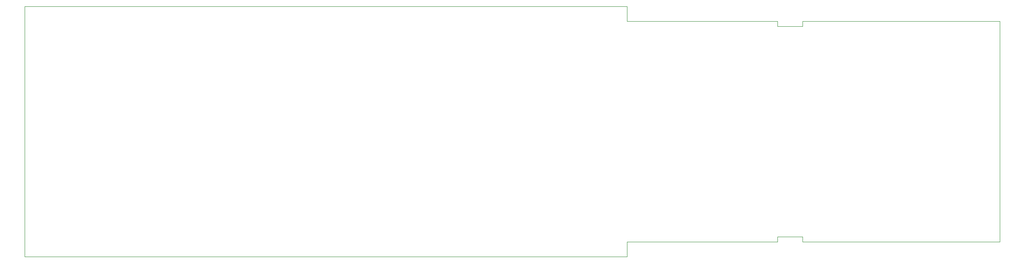
<source format=gbr>
%TF.GenerationSoftware,Altium Limited,Altium Designer,22.4.2 (48)*%
G04 Layer_Color=0*
%FSLAX26Y26*%
%MOIN*%
%TF.SameCoordinates,8C98EB32-1E12-42CD-A60B-9DA89663A72C*%
%TF.FilePolarity,Positive*%
%TF.FileFunction,Profile,NP*%
%TF.Part,Single*%
G01*
G75*
%TA.AperFunction,Profile*%
%ADD196C,0.001000*%
D196*
X7086614Y1968504D02*
Y2086614D01*
X8267717D01*
Y2125984D01*
X8464567D01*
Y2086614D01*
X10009843D01*
X10009843Y3818898D01*
X8464567D01*
Y3779528D01*
X8267717D01*
Y3818898D01*
X7086614D01*
Y3937008D01*
X2362205D01*
Y1968504D01*
X7086614D01*
%TF.MD5,6d6014507af2260d379a03991bf4311a*%
M02*

</source>
